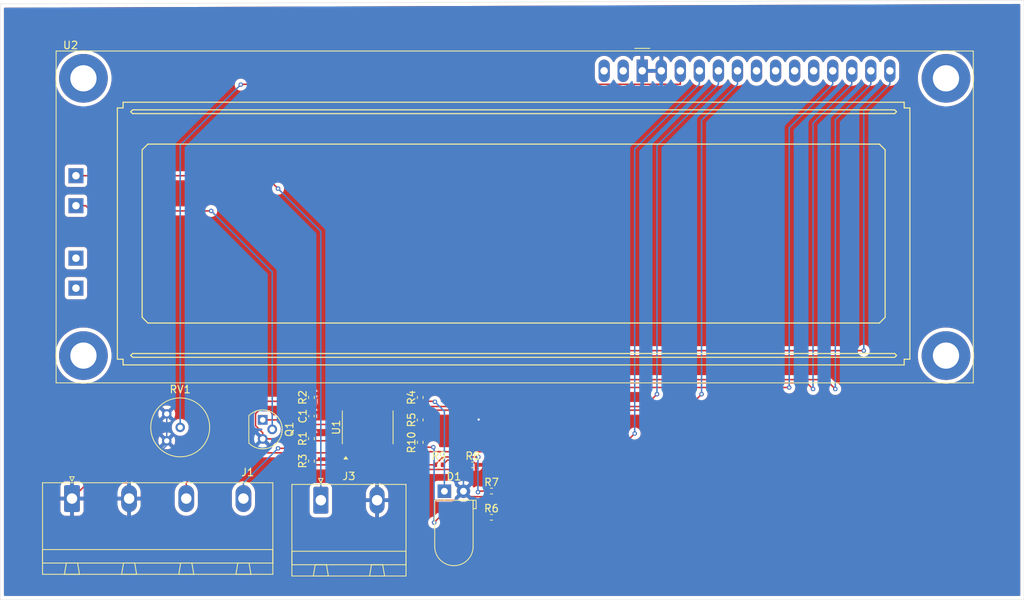
<source format=kicad_pcb>
(kicad_pcb (version 20240108) (generator "pcbnew") (generator_version "8.0")
  (layers (0 "F.Cu" signal) (31 "B.Cu" signal) (34 "B.Paste" user) (35 "F.Paste" user) (36 "B.SilkS" user "B.Silkscreen") (37 "F.SilkS" user "F.Silkscreen") (38 "B.Mask" user) (39 "F.Mask" user) (44 "Edge.Cuts" user))
  (net 0 "")
  (net 1 "GND")
  (net 2 "Net-(D1-K)")
  (net 3 "SCL")
  (net 4 "SDA")
  (net 5 "A")
  (net 6 "K")
  (net 7 "Net-(Q1-B)")
  (net 8 "A0")
  (net 9 "A2")
  (net 10 "A1")
  (net 11 "VO")
  (net 12 "DB7")
  (net 13 "DB6")
  (net 14 "DB5")
  (net 20 "P3")
  (net 21 "RS")
  (net 22 "DB4")
  (net 23 "RW")
  (net 24 "CS")
  (footprint "Connector_Phoenix_GMSTB:PhoenixContact_GMSTBA_2,5_2-G_1x02_P7.50mm_Horizontal" (layer "F.Cu") (at 112.75 111.7225)
    (property "Reference" "J3" (at 3.75 -3.2 0) (layer "F.SilkS"))
    (property "Value" "Conn_01x02")
    (fp_line (start -3.86 -2.11) (end -3.86 10.11) (stroke (width 0.12)) (layer "F.SilkS"))
    (fp_line (start -3.86 6.81) (end 11.36 6.81) (stroke (width 0.12)) (layer "F.SilkS"))
    (fp_line (start -3.86 8.61) (end -3.86 6.81) (stroke (width 0.12)) (layer "F.SilkS"))
    (fp_line (start -3.86 10.11) (end 11.36 10.11) (stroke (width 0.12)) (layer "F.SilkS"))
    (fp_line (start -1 10.11) (end 1 10.11) (stroke (width 0.12)) (layer "F.SilkS"))
    (fp_line (start -0.75 8.61) (end -1 10.11) (stroke (width 0.12)) (layer "F.SilkS"))
    (fp_line (start -0.3 -2.91) (end 0.3 -2.91) (stroke (width 0.12)) (layer "F.SilkS"))
    (fp_line (start 0 -2.31) (end -0.3 -2.91) (stroke (width 0.12)) (layer "F.SilkS"))
    (fp_line (start 0.3 -2.91) (end 0 -2.31) (stroke (width 0.12)) (layer "F.SilkS"))
    (fp_line (start 0.75 8.61) (end -0.75 8.61) (stroke (width 0.12)) (layer "F.SilkS"))
    (fp_line (start 1 10.11) (end 0.75 8.61) (stroke (width 0.12)) (layer "F.SilkS"))
    (fp_line (start 6.5 10.11) (end 8.5 10.11) (stroke (width 0.12)) (layer "F.SilkS"))
    (fp_line (start 6.75 8.61) (end 6.5 10.11) (stroke (width 0.12)) (layer "F.SilkS"))
    (fp_line (start 8.25 8.61) (end 6.75 8.61) (stroke (width 0.12)) (layer "F.SilkS"))
    (fp_line (start 8.5 10.11) (end 8.25 8.61) (stroke (width 0.12)) (layer "F.SilkS"))
    (fp_line (start 11.36 -2.11) (end -3.86 -2.11) (stroke (width 0.12)) (layer "F.SilkS"))
    (fp_line (start 11.36 6.81) (end 11.36 8.61) (stroke (width 0.12)) (layer "F.SilkS"))
    (fp_line (start 11.36 8.61) (end -3.86 8.61) (stroke (width 0.12)) (layer "F.SilkS"))
    (fp_line (start 11.36 10.11) (end 11.36 -2.11) (stroke (width 0.12)) (layer "F.SilkS"))
    (pad "1" thru_hole roundrect (at 0 0) (size 2 3.6) (drill 1.4) (layers "*.Cu" "*.Mask") (roundrect_rratio 0.125) (net 5 "A"))
    (pad "2" thru_hole oval (at 7.5 0) (size 2 3.6) (drill 1.4) (layers "*.Cu" "*.Mask") (net 1 "GND"))
  )
  (footprint "Package_TO_SOT_THT:TO-92" (layer "F.Cu") (at 105 101 -90)
    (property "Reference" "Q1" (at 1.27 -3.56 90) (layer "F.SilkS"))
    (property "Value" "Q_NPN_BCE")
    (fp_line (start -0.53 1.85) (end 3.07 1.85) (stroke (width 0.12)) (layer "F.SilkS"))
    (fp_arc (start -0.568478 1.838478) (mid -1.132087 -0.994977) (end 1.27 -2.6) (stroke (width 0.12)) (layer "F.SilkS"))
    (fp_arc (start 1.27 -2.6) (mid 3.672087 -0.994977) (end 3.108478 1.838478) (stroke (width 0.12)) (layer "F.SilkS"))
    (pad "1" thru_hole rect (at 0 0 270) (size 1.3 1.3) (drill 0.75) (layers "*.Cu" "*.Mask") (net 7 "Net-(Q1-B)"))
    (pad "2" thru_hole circle (at 1.27 -1.27 270) (size 1.3 1.3) (drill 0.75) (layers "*.Cu" "*.Mask") (net 6 "K"))
    (pad "3" thru_hole circle (at 2.54 0 270) (size 1.3 1.3) (drill 0.75) (layers "*.Cu" "*.Mask") (net 1 "GND"))
  )
  (footprint "Resistor_SMD:R_0402_1005Metric" (layer "F.Cu") (at 135.51 110.5)
    (property "Reference" "R7" (at 0 -1.17 0) (layer "F.SilkS"))
    (property "Value" "R")
    (fp_line (start -0.153641 -0.38) (end 0.153641 -0.38) (stroke (width 0.12)) (layer "F.SilkS"))
    (fp_line (start -0.153641 0.38) (end 0.153641 0.38) (stroke (width 0.12)) (layer "F.SilkS"))
    (pad "1" smd roundrect (at -0.51 0) (size 0.54 0.64) (layers "F.Cu" "F.Paste" "F.Mask") (net 10 "A1"))
    (pad "2" smd roundrect (at 0.51 0) (size 0.54 0.64) (layers "F.Cu" "F.Paste" "F.Mask") (net 1 "GND"))
  )
  (footprint "Resistor_SMD:R_0402_1005Metric" (layer "F.Cu") (at 128.5 107)
    (property "Reference" "R9" (at 0 -1.17 0) (layer "F.SilkS"))
    (property "Value" "R")
    (fp_line (start -0.153641 -0.38) (end 0.153641 -0.38) (stroke (width 0.12)) (layer "F.SilkS"))
    (fp_line (start -0.153641 0.38) (end 0.153641 0.38) (stroke (width 0.12)) (layer "F.SilkS"))
    (pad "1" smd roundrect (at -0.51 0) (size 0.54 0.64) (layers "F.Cu" "F.Paste" "F.Mask") (net 10 "A1"))
    (pad "2" smd roundrect (at 0.51 0) (size 0.54 0.64) (layers "F.Cu" "F.Paste" "F.Mask") (net 1 "GND"))
  )
  (footprint "Potentiometer_THT:Potentiometer_Bourns_3339H_Vertical" (layer "F.Cu") (at 92.2039 103.7961)
    (property "Reference" "RV1" (at 1.796051 -6.856051 0) (layer "F.SilkS"))
    (property "Value" "R_Potentiometer")
    (fp_circle (center 1.797 -1.795102) (end 5.727 -1.795102) (stroke (width 0.12)) (fill none) (layer "F.SilkS"))
    (pad "1" thru_hole circle (at 0 0) (size 1.26 1.26) (drill 0.7) (layers "*.Cu" "*.Mask") (net 1 "GND"))
    (pad "2" thru_hole circle (at 1.796051 -1.796051) (size 1.26 1.26) (drill 0.7) (layers "*.Cu" "*.Mask") (net 11 "VO"))
    (pad "3" thru_hole circle (at 0 -3.592102) (size 1.26 1.26) (drill 0.7) (layers "*.Cu" "*.Mask") (net 1 "GND"))
  )
  (footprint "Resistor_SMD:R_0402_1005Metric" (layer "F.Cu") (at 126 98.01 90)
    (property "Reference" "R4" (at 0 -1.17 90) (layer "F.SilkS"))
    (property "Value" "R")
    (fp_line (start -0.153641 -0.38) (end 0.153641 -0.38) (stroke (width 0.12)) (layer "F.SilkS"))
    (fp_line (start -0.153641 0.38) (end 0.153641 0.38) (stroke (width 0.12)) (layer "F.SilkS"))
    (pad "1" smd roundrect (at -0.51 0 90) (size 0.54 0.64) (layers "F.Cu" "F.Paste" "F.Mask") (net 2 "Net-(D1-K)"))
    (pad "2" smd roundrect (at 0.51 0 90) (size 0.54 0.64) (layers "F.Cu" "F.Paste" "F.Mask") (net 1 "GND"))
  )
  (footprint "Resistor_SMD:R_0402_1005Metric" (layer "F.Cu") (at 135.5 114)
    (property "Reference" "R6" (at 0 -1.17 0) (layer "F.SilkS"))
    (property "Value" "R")
    (fp_line (start -0.153641 -0.38) (end 0.153641 -0.38) (stroke (width 0.12)) (layer "F.SilkS"))
    (fp_line (start -0.153641 0.38) (end 0.153641 0.38) (stroke (width 0.12)) (layer "F.SilkS"))
    (pad "1" smd roundrect (at -0.51 0) (size 0.54 0.64) (layers "F.Cu" "F.Paste" "F.Mask") (net 9 "A2"))
    (pad "2" smd roundrect (at 0.51 0) (size 0.54 0.64) (layers "F.Cu" "F.Paste" "F.Mask") (net 1 "GND"))
  )
  (footprint "Display:LCD-016N002L" (layer "F.Cu") (at 155.6 54.425)
    (property "Reference" "U2" (at -76.21 -3.41 180) (layer "F.SilkS"))
    (property "Value" "LCD-016N002L")
    (fp_line (start -78.14 -2.64) (end -78.14 41.64) (stroke (width 0.12)) (layer "F.SilkS"))
    (fp_line (start -78.14 41.64) (end 44.14 41.64) (stroke (width 0.12)) (layer "F.SilkS"))
    (fp_line (start -69.977 4.953) (end -69.977 38.481) (stroke (width 0.15)) (layer "F.SilkS"))
    (fp_line (start -69.215 4.191) (end -69.215 4.953) (stroke (width 0.15)) (layer "F.SilkS"))
    (fp_line (start -69.215 4.953) (end -69.977 4.953) (stroke (width 0.15)) (layer "F.SilkS"))
    (fp_line (start -69.215 38.481) (end -69.977 38.481) (stroke (width 0.15)) (layer "F.SilkS"))
    (fp_line (start -69.215 39.243) (end -69.215 38.481) (stroke (width 0.15)) (layer "F.SilkS"))
    (fp_line (start -69.215 39.243) (end 34.925 39.243) (stroke (width 0.15)) (layer "F.SilkS"))
    (fp_line (start -68.199 5.461) (end -67.945 5.715) (stroke (width 0.15)) (layer "F.SilkS"))
    (fp_line (start -68.199 37.973) (end -67.945 38.227) (stroke (width 0.15)) (layer "F.SilkS"))
    (fp_line (start -67.945 5.207) (end -68.199 5.461) (stroke (width 0.15)) (layer "F.SilkS"))
    (fp_line (start -67.945 5.715) (end 33.655 5.715) (stroke (width 0.15)) (layer "F.SilkS"))
    (fp_line (start -67.945 37.719) (end -68.199 37.973) (stroke (width 0.15)) (layer "F.SilkS"))
    (fp_line (start -67.945 38.227) (end 33.655 38.227) (stroke (width 0.15)) (layer "F.SilkS"))
    (fp_line (start -66.675 10.541) (end -65.913 9.779) (stroke (width 0.15)) (layer "F.SilkS"))
    (fp_line (start -66.675 32.893) (end -66.675 10.541) (stroke (width 0.15)) (layer "F.SilkS"))
    (fp_line (start -65.913 9.779) (end 31.623 9.779) (stroke (width 0.15)) (layer "F.SilkS"))
    (fp_line (start -65.913 33.655) (end -66.675 32.893) (stroke (width 0.15)) (layer "F.SilkS"))
    (fp_line (start -1 -3) (end 1 -3) (stroke (width 0.12)) (layer "F.SilkS"))
    (fp_line (start 31.623 9.779) (end 32.385 10.541) (stroke (width 0.15)) (layer "F.SilkS"))
    (fp_line (start 31.623 33.655) (end -65.913 33.655) (stroke (width 0.15)) (layer "F.SilkS"))
    (fp_line (start 32.385 10.541) (end 32.385 32.893) (stroke (width 0.15)) (layer "F.SilkS"))
    (fp_line (start 32.385 32.893) (end 31.623 33.655) (stroke (width 0.15)) (layer "F.SilkS"))
    (fp_line (start 33.655 5.207) (end -67.945 5.207) (stroke (width 0.15)) (layer "F.SilkS"))
    (fp_line (start 33.655 5.207) (end 33.909 5.461) (stroke (width 0.15)) (layer "F.SilkS"))
    (fp_line (start 33.655 37.719) (end -67.945 37.719) (stroke (width 0.15)) (layer "F.SilkS"))
    (fp_line (start 33.655 38.227) (end 33.909 37.973) (stroke (width 0.15)) (layer "F.SilkS"))
    (fp_line (start 33.909 5.461) (end 33.655 5.715) (stroke (width 0.15)) (layer "F.SilkS"))
    (fp_line (start 33.909 37.973) (end 33.655 37.719) (stroke (width 0.15)) (layer "F.SilkS"))
    (fp_line (start 34.925 4.191) (end -69.215 4.191) (stroke (width 0.15)) (layer "F.SilkS"))
    (fp_line (start 34.925 4.191) (end 34.925 4.953) (stroke (width 0.15)) (layer "F.SilkS"))
    (fp_line (start 34.925 4.953) (end 35.687 4.953) (stroke (width 0.15)) (layer "F.SilkS"))
    (fp_line (start 34.925 38.481) (end 34.925 39.243) (stroke (width 0.15)) (layer "F.SilkS"))
    (fp_line (start 35.687 38.481) (end 34.925 38.481) (stroke (width 0.15)) (layer "F.SilkS"))
    (fp_line (start 35.687 38.481) (end 35.687 4.953) (stroke (width 0.15)) (layer "F.SilkS"))
    (fp_line (start 44.14 -2.64) (end -78.14 -2.64) (stroke (width 0.12)) (layer "F.SilkS"))
    (fp_line (start 44.14 -2.64) (end 44.14 41.64) (stroke (width 0.12)) (layer "F.SilkS"))
    (pad "" thru_hole circle (at -74.5 1 180) (size 6.5 6.5) (drill 3.5) (layers "*.Cu" "*.Mask"))
    (pad "" thru_hole circle (at -74.5 38 180) (size 6.5 6.5) (drill 3.5) (layers "*.Cu" "*.Mask"))
    (pad "" thru_hole circle (at 40.5 1 180) (size 6.5 6.5) (drill 3.5) (layers "*.Cu" "*.Mask"))
    (pad "" thru_hole circle (at 40.5 38 180) (size 6.5 6.5) (drill 3.5) (layers "*.Cu" "*.Mask"))
    (pad "1" thru_hole rect (at 0 0 180) (size 1.5 3) (drill 1) (layers "*.Cu" "*.Mask") (net 1 "GND"))
    (pad "2" thru_hole oval (at 2.54 0 180) (size 1.5 3) (drill 1) (layers "*.Cu" "*.Mask") (net 1 "GND"))
    (pad "3" thru_hole oval (at 5.08 0 180) (size 1.5 3) (drill 1) (layers "*.Cu" "*.Mask") (net 11 "VO"))
    (pad "4" thru_hole oval (at 7.62 0 180) (size 1.5 3) (drill 1) (layers "*.Cu" "*.Mask") (net 21 "RS"))
    (pad "5" thru_hole oval (at 10.16 0 180) (size 1.5 3) (drill 1) (layers "*.Cu" "*.Mask") (net 23 "RW"))
    (pad "6" thru_hole oval (at 12.7 0 180) (size 1.5 3) (drill 1) (layers "*.Cu" "*.Mask") (net 24 "CS"))
    (pad "7" thru_hole oval (at 15.24 0 180) (size 1.5 3) (drill 1) (layers "*.Cu" "*.Mask"))
    (pad "8" thru_hole oval (at 17.78 0 180) (size 1.5 3) (drill 1) (layers "*.Cu" "*.Mask"))
    (pad "9" thru_hole oval (at 20.32 0 180) (size 1.5 3) (drill 1) (layers "*.Cu" "*.Mask"))
    (pad "10" thru_hole oval (at 22.86 0 180) (size 1.5 3) (drill 1) (layers "*.Cu" "*.Mask"))
    (pad "11" thru_hole oval (at 25.4 0 180) (size 1.5 3) (drill 1) (layers "*.Cu" "*.Mask") (net 22 "DB4"))
    (pad "12" thru_hole oval (at 27.94 0 180) (size 1.5 3) (drill 1) (layers "*.Cu" "*.Mask") (net 14 "DB5"))
    (pad "13" thru_hole oval (at 30.48 0 180) (size 1.5 3) (drill 1) (layers "*.Cu" "*.Mask") (net 13 "DB6"))
    (pad "14" thru_hole oval (at 33.02 0 180) (size 1.5 3) (drill 1) (layers "*.Cu" "*.Mask") (net 12 "DB7"))
    (pad "15" thru_hole oval (at -2.54 0 180) (size 1.5 3) (drill 1) (layers "*.Cu" "*.Mask"))
    (pad "16" thru_hole oval (at -5.08 0 180) (size 1.5 3) (drill 1) (layers "*.Cu" "*.Mask"))
    (pad "A1" thru_hole rect (at -75.5 14 180) (size 2 2) (drill 1) (layers "*.Cu" "*.Mask") (net 5 "A"))
    (pad "A2" thru_hole rect (at -75.5 25 180) (size 2 2) (drill 1) (layers "*.Cu" "*.Mask"))
    (pad "K1" thru_hole rect (at -75.5 18 180) (size 2 2) (drill 1) (layers "*.Cu" "*.Mask") (net 6 "K"))
    (pad "K2" thru_hole rect (at -75.5 29 180) (size 2 2) (drill 1) (layers "*.Cu" "*.Mask"))
  )
  (footprint "Resistor_SMD:R_0402_1005Metric" (layer "F.Cu") (at 126 101.01 90)
    (property "Reference" "R5" (at 0 -1.17 90) (layer "F.SilkS"))
    (property "Value" "R")
    (fp_line (start -0.153641 -0.38) (end 0.153641 -0.38) (stroke (width 0.12)) (layer "F.SilkS"))
    (fp_line (start -0.153641 0.38) (end 0.153641 0.38) (stroke (width 0.12)) (layer "F.SilkS"))
    (pad "1" smd roundrect (at -0.51 0 90) (size 0.54 0.64) (layers "F.Cu" "F.Paste" "F.Mask") (net 1 "GND"))
    (pad "2" smd roundrect (at 0.51 0 90) (size 0.54 0.64) (layers "F.Cu" "F.Paste" "F.Mask") (net 7 "Net-(Q1-B)"))
  )
  (footprint "Resistor_SMD:R_0402_1005Metric" (layer "F.Cu") (at 111.5 98.01 90)
    (property "Reference" "R2" (at 0 -1.17 90) (layer "F.SilkS"))
    (property "Value" "R")
    (fp_line (start -0.153641 -0.38) (end 0.153641 -0.38) (stroke (width 0.12)) (layer "F.SilkS"))
    (fp_line (start -0.153641 0.38) (end 0.153641 0.38) (stroke (width 0.12)) (layer "F.SilkS"))
    (pad "1" smd roundrect (at -0.51 0 90) (size 0.54 0.64) (layers "F.Cu" "F.Paste" "F.Mask") (net 4 "SDA"))
    (pad "2" smd roundrect (at 0.51 0 90) (size 0.54 0.64) (layers "F.Cu" "F.Paste" "F.Mask") (net 1 "GND"))
  )
  (footprint "LED_THT:LED_D5.0mm_Horizontal_O1.27mm_Z3.0mm" (layer "F.Cu") (at 129.225 110.525)
    (property "Reference" "D1" (at 1.27 -1.96 0) (layer "F.SilkS"))
    (property "Value" "LED")
    (fp_line (start -1.29 1.21) (end -1.29 7.37) (stroke (width 0.12)) (layer "F.SilkS"))
    (fp_line (start -1.29 1.21) (end 3.83 1.21) (stroke (width 0.12)) (layer "F.SilkS"))
    (fp_line (start 0 1.08) (end 0 1.08) (stroke (width 0.12)) (layer "F.SilkS"))
    (fp_line (start 0 1.08) (end 0 1.21) (stroke (width 0.12)) (layer "F.SilkS"))
    (fp_line (start 0 1.21) (end 0 1.08) (stroke (width 0.12)) (layer "F.SilkS"))
    (fp_line (start 0 1.21) (end 0 1.21) (stroke (width 0.12)) (layer "F.SilkS"))
    (fp_line (start 2.54 1.08) (end 2.54 1.08) (stroke (width 0.12)) (layer "F.SilkS"))
    (fp_line (start 2.54 1.08) (end 2.54 1.21) (stroke (width 0.12)) (layer "F.SilkS"))
    (fp_line (start 2.54 1.21) (end 2.54 1.08) (stroke (width 0.12)) (layer "F.SilkS"))
    (fp_line (start 2.54 1.21) (end 2.54 1.21) (stroke (width 0.12)) (layer "F.SilkS"))
    (fp_line (start 3.83 1.21) (end 3.83 7.37) (stroke (width 0.12)) (layer "F.SilkS"))
    (fp_line (start 3.83 1.21) (end 4.23 1.21) (stroke (width 0.12)) (layer "F.SilkS"))
    (fp_line (start 3.83 2.33) (end 3.83 1.21) (stroke (width 0.12)) (layer "F.SilkS"))
    (fp_line (start 4.23 1.21) (end 4.23 2.33) (stroke (width 0.12)) (layer "F.SilkS"))
    (fp_line (start 4.23 2.33) (end 3.83 2.33) (stroke (width 0.12)) (layer "F.SilkS"))
    (fp_arc (start 3.83 7.37) (mid 1.27 9.93) (end -1.29 7.37) (stroke (width 0.12)) (layer "F.SilkS"))
    (pad "1" thru_hole rect (at 0 0) (size 1.8 1.8) (drill 0.9) (layers "*.Cu" "*.Mask") (net 2 "Net-(D1-K)"))
    (pad "2" thru_hole circle (at 2.54 0) (size 1.8 1.8) (drill 0.9) (layers "*.Cu" "*.Mask") (net 1 "GND"))
  )
  (footprint "Resistor_SMD:R_0402_1005Metric" (layer "F.Cu") (at 126 104 90)
    (property "Reference" "R10" (at 0 -1.17 90) (layer "F.SilkS"))
    (property "Value" "R")
    (fp_line (start -0.153641 -0.38) (end 0.153641 -0.38) (stroke (width 0.12)) (layer "F.SilkS"))
    (fp_line (start -0.153641 0.38) (end 0.153641 0.38) (stroke (width 0.12)) (layer "F.SilkS"))
    (pad "1" smd roundrect (at -0.51 0 90) (size 0.54 0.64) (layers "F.Cu" "F.Paste" "F.Mask") (net 9 "A2"))
    (pad "2" smd roundrect (at 0.51 0 90) (size 0.54 0.64) (layers "F.Cu" "F.Paste" "F.Mask") (net 1 "GND"))
  )
  (footprint "Resistor_SMD:R_0402_1005Metric" (layer "F.Cu") (at 111.5 106.5 90)
    (property "Reference" "R3" (at 0 -1.17 90) (layer "F.SilkS"))
    (property "Value" "R")
    (fp_line (start -0.153641 -0.38) (end 0.153641 -0.38) (stroke (width 0.12)) (layer "F.SilkS"))
    (fp_line (start -0.153641 0.38) (end 0.153641 0.38) (stroke (width 0.12)) (layer "F.SilkS"))
    (pad "1" smd roundrect (at -0.51 0 90) (size 0.54 0.64) (layers "F.Cu" "F.Paste" "F.Mask") (net 8 "A0"))
    (pad "2" smd roundrect (at 0.51 0 90) (size 0.54 0.64) (layers "F.Cu" "F.Paste" "F.Mask") (net 1 "GND"))
  )
  (footprint "Resistor_SMD:R_0402_1005Metric" (layer "F.Cu") (at 133 107)
    (property "Reference" "R8" (at 0 -1.17 0) (layer "F.SilkS"))
    (property "Value" "R")
    (fp_line (start -0.153641 -0.38) (end 0.153641 -0.38) (stroke (width 0.12)) (layer "F.SilkS"))
    (fp_line (start -0.153641 0.38) (end 0.153641 0.38) (stroke (width 0.12)) (layer "F.SilkS"))
    (pad "1" smd roundrect (at -0.51 0) (size 0.54 0.64) (layers "F.Cu" "F.Paste" "F.Mask") (net 8 "A0"))
    (pad "2" smd roundrect (at 0.51 0) (size 0.54 0.64) (layers "F.Cu" "F.Paste" "F.Mask") (net 1 "GND"))
  )
  (footprint "Capacitor_SMD:C_0402_1005Metric" (layer "F.Cu") (at 111.5 100.5 90)
    (property "Reference" "C1" (at 0 -1.16 90) (layer "F.SilkS"))
    (property "Value" "C")
    (fp_line (start -0.107836 -0.36) (end 0.107836 -0.36) (stroke (width 0.12)) (layer "F.SilkS"))
    (fp_line (start -0.107836 0.36) (end 0.107836 0.36) (stroke (width 0.12)) (layer "F.SilkS"))
    (pad "1" smd roundrect (at -0.48 0 90) (size 0.56 0.62) (layers "F.Cu" "F.Paste" "F.Mask") (net 1 "GND"))
    (pad "2" smd roundrect (at 0.48 0 90) (size 0.56 0.62) (layers "F.Cu" "F.Paste" "F.Mask") (net 1 "GND"))
  )
  (footprint "Resistor_SMD:R_0402_1005Metric" (layer "F.Cu") (at 111.5 103.5 90)
    (property "Reference" "R1" (at 0 -1.17 90) (layer "F.SilkS"))
    (property "Value" "R")
    (fp_line (start -0.153641 -0.38) (end 0.153641 -0.38) (stroke (width 0.12)) (layer "F.SilkS"))
    (fp_line (start -0.153641 0.38) (end 0.153641 0.38) (stroke (width 0.12)) (layer "F.SilkS"))
    (pad "1" smd roundrect (at -0.51 0 90) (size 0.54 0.64) (layers "F.Cu" "F.Paste" "F.Mask") (net 3 "SCL"))
    (pad "2" smd roundrect (at 0.51 0 90) (size 0.54 0.64) (layers "F.Cu" "F.Paste" "F.Mask") (net 1 "GND"))
  )
  (footprint "Connector_Phoenix_GMSTB:PhoenixContact_GMSTBA_2,5_4-G-7,62_1x04_P7.62mm_Horizontal" (layer "F.Cu") (at 79.57 111.5)
    (property "Reference" "J1" (at 23.43 -3.5 0) (layer "F.SilkS"))
    (property "Value" "Conn_01x04")
    (fp_line (start -3.92 -2.11) (end -3.92 10.11) (stroke (width 0.12)) (layer "F.SilkS"))
    (fp_line (start -3.92 6.81) (end 26.78 6.81) (stroke (width 0.12)) (layer "F.SilkS"))
    (fp_line (start -3.92 8.61) (end -3.92 6.81) (stroke (width 0.12)) (layer "F.SilkS"))
    (fp_line (start -3.92 10.11) (end 26.78 10.11) (stroke (width 0.12)) (layer "F.SilkS"))
    (fp_line (start -1 10.11) (end 1 10.11) (stroke (width 0.12)) (layer "F.SilkS"))
    (fp_line (start -0.75 8.61) (end -1 10.11) (stroke (width 0.12)) (layer "F.SilkS"))
    (fp_line (start -0.3 -2.91) (end 0.3 -2.91) (stroke (width 0.12)) (layer "F.SilkS"))
    (fp_line (start 0 -2.31) (end -0.3 -2.91) (stroke (width 0.12)) (layer "F.SilkS"))
    (fp_line (start 0.3 -2.91) (end 0 -2.31) (stroke (width 0.12)) (layer "F.SilkS"))
    (fp_line (start 0.75 8.61) (end -0.75 8.61) (stroke (width 0.12)) (layer "F.SilkS"))
    (fp_line (start 1 10.11) (end 0.75 8.61) (stroke (width 0.12)) (layer "F.SilkS"))
    (fp_line (start 6.62 10.11) (end 8.62 10.11) (stroke (width 0.12)) (layer "F.SilkS"))
    (fp_line (start 6.87 8.61) (end 6.62 10.11) (stroke (width 0.12)) (layer "F.SilkS"))
    (fp_line (start 8.37 8.61) (end 6.87 8.61) (stroke (width 0.12)) (layer "F.SilkS"))
    (fp_line (start 8.62 10.11) (end 8.37 8.61) (stroke (width 0.12)) (layer "F.SilkS"))
    (fp_line (start 14.24 10.11) (end 16.24 10.11) (stroke (width 0.12)) (layer "F.SilkS"))
    (fp_line (start 14.49 8.61) (end 14.24 10.11) (stroke (width 0.12)) (layer "F.SilkS"))
    (fp_line (start 15.99 8.61) (end 14.49 8.61) (stroke (width 0.12)) (layer "F.SilkS"))
    (fp_line (start 16.24 10.11) (end 15.99 8.61) (stroke (width 0.12)) (layer "F.SilkS"))
    (fp_line (start 21.86 10.11) (end 23.86 10.11) (stroke (width 0.12)) (layer "F.SilkS"))
    (fp_line (start 22.11 8.61) (end 21.86 10.11) (stroke (width 0.12)) (layer "F.SilkS"))
    (fp_line (start 23.61 8.61) (end 22.11 8.61) (stroke (width 0.12)) (layer "F.SilkS"))
    (fp_line (start 23.86 10.11) (end 23.61 8.61) (stroke (width 0.12)) (layer "F.SilkS"))
    (fp_line (start 26.78 -2.11) (end -3.92 -2.11) (stroke (width 0.12)) (layer "F.SilkS"))
    (fp_line (start 26.78 6.81) (end 26.78 8.61) (stroke (width 0.12)) (layer "F.SilkS"))
    (fp_line (start 26.78 8.61) (end -3.92 8.61) (stroke (width 0.12)) (layer "F.SilkS"))
    (fp_line (start 26.78 10.11) (end 26.78 -2.11) (stroke (width 0.12)) (layer "F.SilkS"))
    (pad "1" thru_hole roundrect (at 0 0) (size 2.1 3.6) (drill 1.4) (layers "*.Cu" "*.Mask") (roundrect_rratio 0.119048) (net 1 "GND"))
    (pad "2" thru_hole oval (at 7.62 0) (size 2.1 3.6) (drill 1.4) (layers "*.Cu" "*.Mask") (net 1 "GND"))
    (pad "3" thru_hole oval (at 15.24 0) (size 2.1 3.6) (drill 1.4) (layers "*.Cu" "*.Mask") (net 4 "SDA"))
    (pad "4" thru_hole oval (at 22.86 0) (size 2.1 3.6) (drill 1.4) (layers "*.Cu" "*.Mask") (net 3 "SCL"))
  )
  (footprint "Package_SO:SSOP-20_4.4x6.5mm_P0.65mm" (layer "F.Cu") (at 119 102 90)
    (property "Reference" "U1" (at 0 -4.2 90) (layer "F.SilkS"))
    (property "Value" "PCF8574TS")
    (fp_line (start 0 -3.385) (end 2.2 -3.385) (stroke (width 0.12)) (layer "F.SilkS"))
    (fp_line (start 0 -3.385) (end -2.2 -3.385) (stroke (width 0.12)) (layer "F.SilkS"))
    (fp_line (start 0 3.385) (end 2.2 3.385) (stroke (width 0.12)) (layer "F.SilkS"))
    (fp_line (start 0 3.385) (end -2.2 3.385) (stroke (width 0.12)) (layer "F.SilkS"))
    (fp_poly (pts (xy -3.91 -2.925) (xy -4.24 -3.165) (xy -4.24 -2.685) (xy -3.91 -2.925)) (stroke (width 0.12)) (fill solid) (layer "F.SilkS"))
    (pad "1" smd roundrect (at -2.875 -2.925 90) (size 1.55 0.4) (layers "F.Cu" "F.Paste" "F.Mask"))
    (pad "2" smd roundrect (at -2.875 -2.275 90) (size 1.55 0.4) (layers "F.Cu" "F.Paste" "F.Mask") (net 3 "SCL"))
    (pad "3" smd roundrect (at -2.875 -1.625 90) (size 1.55 0.4) (layers "F.Cu" "F.Paste" "F.Mask"))
    (pad "4" smd roundrect (at -2.875 -0.975 90) (size 1.55 0.4) (layers "F.Cu" "F.Paste" "F.Mask") (net 4 "SDA"))
    (pad "5" smd roundrect (at -2.875 -0.325 90) (size 1.55 0.4) (layers "F.Cu" "F.Paste" "F.Mask") (net 1 "GND"))
    (pad "6" smd roundrect (at -2.875 0.325 90) (size 1.55 0.4) (layers "F.Cu" "F.Paste" "F.Mask") (net 8 "A0"))
    (pad "7" smd roundrect (at -2.875 0.975 90) (size 1.55 0.4) (layers "F.Cu" "F.Paste" "F.Mask") (net 10 "A1"))
    (pad "8" smd roundrect (at -2.875 1.625 90) (size 1.55 0.4) (layers "F.Cu" "F.Paste" "F.Mask"))
    (pad "9" smd roundrect (at -2.875 2.275 90) (size 1.55 0.4) (layers "F.Cu" "F.Paste" "F.Mask") (net 9 "A2"))
    (pad "10" smd roundrect (at -2.875 2.925 90) (size 1.55 0.4) (layers "F.Cu" "F.Paste" "F.Mask") (net 21 "RS"))
    (pad "11" smd roundrect (at 2.875 2.925 90) (size 1.55 0.4) (layers "F.Cu" "F.Paste" "F.Mask") (net 23 "RW"))
    (pad "12" smd roundrect (at 2.875 2.275 90) (size 1.55 0.4) (layers "F.Cu" "F.Paste" "F.Mask") (net 24 "CS"))
    (pad "13" smd roundrect (at 2.875 1.625 90) (size 1.55 0.4) (layers "F.Cu" "F.Paste" "F.Mask"))
    (pad "14" smd roundrect (at 2.875 0.975 90) (size 1.55 0.4) (layers "F.Cu" "F.Paste" "F.Mask") (net 20 "P3"))
    (pad "15" smd roundrect (at 2.875 0.325 90) (size 1.55 0.4) (layers "F.Cu" "F.Paste" "F.Mask") (net 1 "GND"))
    (pad "16" smd roundrect (at 2.875 -0.325 90) (size 1.55 0.4) (layers "F.Cu" "F.Paste" "F.Mask") (net 22 "DB4"))
    (pad "17" smd roundrect (at 2.875 -0.975 90) (size 1.55 0.4) (layers "F.Cu" "F.Paste" "F.Mask") (net 14 "DB5"))
    (pad "18" smd roundrect (at 2.875 -1.625 90) (size 1.55 0.4) (layers "F.Cu" "F.Paste" "F.Mask"))
    (pad "19" smd roundrect (at 2.875 -2.275 90) (size 1.55 0.4) (layers "F.Cu" "F.Paste" "F.Mask") (net 13 "DB6"))
    (pad "20" smd roundrect (at 2.875 -2.925 90) (size 1.55 0.4) (layers "F.Cu" "F.Paste" "F.Mask") (net 12 "DB7"))
  )
  (gr_line (start 206.5 45) (end 70 45.5) (stroke (width 0.05)) (layer "Edge.Cuts"))
  (gr_line (start 70 125) (end 206.5 125) (stroke (width 0.05)) (layer "Edge.Cuts"))
  (gr_line (start 70 45.5) (end 70 125) (stroke (width 0.05)) (layer "Edge.Cuts"))
  (gr_line (start 206.5 125) (end 206.5 45) (stroke (width 0.05)) (layer "Edge.Cuts"))
  (segment (start 121.5517 111.7225) (end 121.5559 111.7267) (width 0.2) (layer "F.Cu") (net 1))
  (segment (start 118.675 102.99) (end 124.53 102.99) (width 0.2) (layer "F.Cu") (net 1))
  (segment (start 133.51 107.99) (end 133.51 107) (width 0.2) (layer "F.Cu") (net 1))
  (segment (start 111.5 100.98) (end 111.5 100.02) (width 0.2) (layer "F.Cu") (net 1))
  (segment (start 117.8606 106.3917) (end 118.675 105.5773) (width 0.2) (layer "F.Cu") (net 1))
  (segment (start 119.325 98.4131) (end 119.325 99.125) (width 0.2) (layer "F.Cu") (net 1))
  (segment (start 136.02 110.5) (end 133.51 107.99) (width 0.2) (layer "F.Cu") (net 1))
  (segment (start 118.675 105.5773) (end 118.675 104.875) (width 0.2) (layer "F.Cu") (net 1))
  (segment (start 112.1331 98.1331) (end 111.5 97.5) (width 0.2) (layer "F.Cu") (net 1))
  (segment (start 111.5 100.02) (end 111.5 99.5041) (width 0.2) (layer "F.Cu") (net 1))
  (segment (start 133.2278 101.52) (end 126 101.52) (width 0.2) (layer "F.Cu") (net 1))
  (segment (start 155.6 54.425) (end 158.14 54.425) (width 0.2) (layer "F.Cu") (net 1))
  (segment (start 104.0472 101.7739) (end 104.9999 102.7266) (width 0.2) (layer "F.Cu") (net 1))
  (segment (start 126 97.5) (end 120.2381 97.5) (width 0.2) (layer "F.Cu") (net 1))
  (segment (start 121.5559 111.7267) (end 130.5633 111.7267) (width 0.2) (layer "F.Cu") (net 1))
  (segment (start 133.7937 100.9541) (end 133.2278 101.52) (width 0.2) (layer "F.Cu") (net 1))
  (segment (start 136.01 114) (end 136.01 111.2472) (width 0.2) (layer "F.Cu") (net 1))
  (segment (start 119.325 99.125) (end 119.325 99.8411) (width 0.2) (layer "F.Cu") (net 1))
  (segment (start 120.25 111.7225) (end 121.5517 111.7225) (width 0.2) (layer "F.Cu") (net 1))
  (segment (start 129.01 107) (end 129.6344 106.3756) (width 0.2) (layer "F.Cu") (net 1))
  (segment (start 81.6717 109.3983) (end 79.57 111.5) (width 0.2) (layer "F.Cu") (net 1))
  (segment (start 126 103.49) (end 126 101.52) (width 0.2) (layer "F.Cu") (net 1))
  (segment (start 119.325 99.8411) (end 118.1861 100.98) (width 0.2) (layer "F.Cu") (net 1))
  (segment (start 130.5633 111.7267) (end 131.765 110.525) (width 0.2) (layer "F.Cu") (net 1))
  (segment (start 129.6344 106.3756) (end 132.8856 106.3756) (width 0.2) (layer "F.Cu") (net 1))
  (segment (start 136.01 110.51) (end 136.02 110.5) (width 0.2) (layer "F.Cu") (net 1))
  (segment (start 105 102.7266) (end 105 103.54) (width 0.2) (layer "F.Cu") (net 1))
  (segment (start 111.5 102.99) (end 118.675 102.99) (width 0.2) (layer "F.Cu") (net 1))
  (segment (start 87.19 109.3983) (end 81.6717 109.3983) (width 0.2) (layer "F.Cu") (net 1))
  (segment (start 87.19 111.5) (end 87.19 109.3983) (width 0.2) (layer "F.Cu") (net 1))
  (segment (start 111.3998 99.4039) (end 104.8213 99.4039) (width 0.2) (layer "F.Cu") (net 1))
  (segment (start 104.9999 102.7266) (end 105 102.7266) (width 0.2) (layer "F.Cu") (net 1))
  (segment (start 131.765 110.525) (end 132.4872 111.2472) (width 0.2) (layer "F.Cu") (net 1))
  (segment (start 118.675 104.875) (end 118.675 102.99) (width 0.2) (layer "F.Cu") (net 1))
  (segment (start 111.9017 106.3917) (end 117.8606 106.3917) (width 0.2) (layer "F.Cu") (net 1))
  (segment (start 92.2039 100.204) (end 94.9079 97.5) (width 0.2) (layer "F.Cu") (net 1))
  (segment (start 104.8213 99.4039) (end 104.0472 100.178) (width 0.2) (layer "F.Cu") (net 1))
  (segment (start 111.5 99.5041) (end 112.1331 98.871) (width 0.2) (layer "F.Cu") (net 1))
  (segment (start 110.95 103.54) (end 105 103.54) (width 0.2) (layer "F.Cu") (net 1))
  (segment (start 132.8856 106.3756) (end 133.51 107) (width 0.2) (layer "F.Cu") (net 1))
  (segment (start 124.53 102.99) (end 126 101.52) (width 0.2) (layer "F.Cu") (net 1))
  (segment (start 111.5 99.5041) (end 111.3998 99.4039) (width 0.2) (layer "F.Cu") (net 1))
  (segment (start 94.9079 97.5) (end 111.5 97.5) (width 0.2) (layer "F.Cu") (net 1))
  (segment (start 111.5 105.99) (end 111.9017 106.3917) (width 0.2) (layer "F.Cu") (net 1))
  (segment (start 120.2381 97.5) (end 119.325 98.4131) (width 0.2) (layer "F.Cu") (net 1))
  (segment (start 111.5 102.99) (end 110.95 103.54) (width 0.2) (layer "F.Cu") (net 1))
  (segment (start 136.01 111.2472) (end 136.01 110.51) (width 0.2) (layer "F.Cu") (net 1))
  (segment (start 104.0472 100.178) (end 104.0472 101.7739) (width 0.2) (layer "F.Cu") (net 1))
  (segment (start 112.1331 98.871) (end 112.1331 98.1331) (width 0.2) (layer "F.Cu") (net 1))
  (segment (start 118.1861 100.98) (end 111.5 100.98) (width 0.2) (layer "F.Cu") (net 1))
  (segment (start 132.4872 111.2472) (end 136.01 111.2472) (width 0.2) (layer "F.Cu") (net 1))
  (via (at 133.7937 100.9541) (size 0.6) (drill 0.3) (layers "F.Cu" "B.Cu") (net 1))
  (segment (start 155.6 56.2267) (end 133.7937 78.033) (width 0.2) (layer "B.Cu") (net 1))
  (segment (start 87.19 111.5) (end 87.19 109.3983) (width 0.2) (layer "B.Cu") (net 1))
  (segment (start 92.2039 104.3844) (end 92.2039 103.7961) (width 0.2) (layer "B.Cu") (net 1))
  (segment (start 155.6 54.425) (end 155.6 56.2267) (width 0.2) (layer "B.Cu") (net 1))
  (segment (start 87.19 109.3983) (end 92.2039 104.3844) (width 0.2) (layer "B.Cu") (net 1))
  (segment (start 131.765 110.525) (end 131.765 102.9828) (width 0.2) (layer "B.Cu") (net 1))
  (segment (start 92.2039 103.7961) (end 92.2039 100.204) (width 0.2) (layer "B.Cu") (net 1))
  (segment (start 133.7937 78.033) (end 133.7937 100.9541) (width 0.2) (layer "B.Cu") (net 1))
  (segment (start 131.765 102.9828) (end 133.7937 100.9541) (width 0.2) (layer "B.Cu") (net 1))
  (segment (start 127.8878 98.52) (end 126 98.52) (width 0.2) (layer "F.Cu") (net 2))
  (segment (start 127.9579 98.5901) (end 127.8878 98.52) (width 0.2) (layer "F.Cu") (net 2))
  (via (at 127.9579 98.5901) (size 0.6) (drill 0.3) (layers "F.Cu" "B.Cu") (net 2))
  (segment (start 129.225 99.8572) (end 127.9579 98.5901) (width 0.2) (layer "B.Cu") (net 2))
  (segment (start 129.225 110.525) (end 129.225 99.8572) (width 0.2) (layer "B.Cu") (net 2))
  (segment (start 116.725 104.875) (end 116.725 104.1544) (width 0.2) (layer "F.Cu") (net 3))
  (segment (start 116.725 104.1544) (end 116.3559 103.7853) (width 0.2) (layer "F.Cu") (net 3))
  (segment (start 116.3559 103.7853) (end 111.7247 103.7853) (width 0.2) (layer "F.Cu") (net 3))
  (segment (start 107.0475 104.7971) (end 110.7129 104.7971) (width 0.2) (layer "F.Cu") (net 3))
  (segment (start 111.7247 103.7853) (end 111.5 104.01) (width 0.2) (layer "F.Cu") (net 3))
  (segment (start 110.7129 104.7971) (end 111.5 104.01) (width 0.2) (layer "F.Cu") (net 3))
  (via (at 107.0475 104.7971) (size 0.6) (drill 0.3) (layers "F.Cu" "B.Cu") (net 3))
  (segment (start 102.43 111.5) (end 102.43 109.3983) (width 0.2) (layer "B.Cu") (net 3))
  (segment (start 102.4463 109.3983) (end 107.0475 104.7971) (width 0.2) (layer "B.Cu") (net 3))
  (segment (start 102.43 109.3983) (end 102.4463 109.3983) (width 0.2) (layer "B.Cu") (net 3))
  (segment (start 115.6856 105.99) (end 117.6037 105.99) (width 0.2) (layer "F.Cu") (net 4))
  (segment (start 98.8095 105.3988) (end 103.6455 105.3988) (width 0.2) (layer "F.Cu") (net 4))
  (segment (start 118.025 105.5687) (end 118.025 104.875) (width 0.2) (layer "F.Cu") (net 4))
  (segment (start 117.6037 105.99) (end 118.025 105.5687) (width 0.2) (layer "F.Cu") (net 4))
  (segment (start 103.6455 100.0117) (end 103.6455 105.3988) (width 0.2) (layer "F.Cu") (net 4))
  (segment (start 94.81 109.3983) (end 98.8095 105.3988) (width 0.2) (layer "F.Cu") (net 4))
  (segment (start 103.6455 105.3988) (end 115.0944 105.3988) (width 0.2) (layer "F.Cu") (net 4))
  (segment (start 94.81 111.5) (end 94.81 109.3983) (width 0.2) (layer "F.Cu") (net 4))
  (segment (start 111.5 98.52) (end 105.1372 98.52) (width 0.2) (layer "F.Cu") (net 4))
  (segment (start 105.1372 98.52) (end 103.6455 100.0117) (width 0.2) (layer "F.Cu") (net 4))
  (segment (start 115.0944 105.3988) (end 115.6856 105.99) (width 0.2) (layer "F.Cu") (net 4))
  (segment (start 105.3249 68.425) (end 107.0475 70.1476) (width 0.2) (layer "F.Cu") (net 5))
  (segment (start 80.1 68.425) (end 105.3249 68.425) (width 0.2) (layer "F.Cu") (net 5))
  (via (at 107.0475 70.1476) (size 0.6) (drill 0.3) (layers "F.Cu" "B.Cu") (net 5))
  (segment (start 107.0475 70.1476) (end 112.75 75.8501) (width 0.2) (layer "B.Cu") (net 5))
  (segment (start 112.75 75.8501) (end 112.75 111.7225) (width 0.2) (layer "B.Cu") (net 5))
  (segment (start 80.1 72.425) (end 81.4017 72.425) (width 0.2) (layer "F.Cu") (net 6))
  (segment (start 82.0947 73.118) (end 81.4017 72.425) (width 0.2) (layer "F.Cu") (net 6))
  (segment (start 98.1321 73.118) (end 82.0947 73.118) (width 0.2) (layer "F.Cu") (net 6))
  (via (at 98.1321 73.118) (size 0.6) (drill 0.3) (layers "F.Cu" "B.Cu") (net 6))
  (segment (start 106.27 102.27) (end 106.27 81.2559) (width 0.2) (layer "B.Cu") (net 6))
  (segment (start 106.27 81.2559) (end 98.1321 73.118) (width 0.2) (layer "B.Cu") (net 6))
  (segment (start 109.24 101) (end 105 101) (width 0.2) (layer "F.Cu") (net 7))
  (segment (start 126 100.5) (end 124.8814 101.6186) (width 0.2) (layer "F.Cu") (net 7))
  (segment (start 109.8586 101.6186) (end 109.24 101) (width 0.2) (layer "F.Cu") (net 7))
  (segment (start 124.8814 101.6186) (end 109.8586 101.6186) (width 0.2) (layer "F.Cu") (net 7))
  (segment (start 119.325 104.875) (end 119.325 105.6669) (width 0.2) (layer "F.Cu") (net 8))
  (segment (start 119.325 105.6669) (end 117.9819 107.01) (width 0.2) (layer "F.Cu") (net 8))
  (segment (start 119.325 105.6669) (end 121.2808 107.6227) (width 0.2) (layer "F.Cu") (net 8))
  (segment (start 117.9819 107.01) (end 111.5 107.01) (width 0.2) (layer "F.Cu") (net 8))
  (segment (start 121.2808 107.6227) (end 131.8673 107.6227) (width 0.2) (layer "F.Cu") (net 8))
  (segment (start 131.8673 107.6227) (end 132.49 107) (width 0.2) (layer "F.Cu") (net 8))
  (segment (start 121.6605 103.7836) (end 125.2736 103.7836) (width 0.2) (layer "F.Cu") (net 9))
  (segment (start 121.275 104.875) (end 121.275 104.1691) (width 0.2) (layer "F.Cu") (net 9))
  (segment (start 121.275 104.1691) (end 121.6605 103.7836) (width 0.2) (layer "F.Cu") (net 9))
  (segment (start 127.7446 104.6472) (end 126.1372 104.6472) (width 0.2) (layer "F.Cu") (net 9))
  (segment (start 126.1372 104.6472) (end 126 104.51) (width 0.2) (layer "F.Cu") (net 9))
  (segment (start 125.2736 103.7836) (end 126 104.51) (width 0.2) (layer "F.Cu") (net 9))
  (segment (start 128.5537 114) (end 127.8501 114.7036) (width 0.2) (layer "F.Cu") (net 9))
  (segment (start 134.99 114) (end 128.5537 114) (width 0.2) (layer "F.Cu") (net 9))
  (via (at 127.8501 114.7036) (size 0.6) (drill 0.3) (layers "F.Cu" "B.Cu") (net 9))
  (via (at 127.7446 104.6472) (size 0.6) (drill 0.3) (layers "F.Cu" "B.Cu") (net 9))
  (segment (start 127.8501 114.7036) (end 127.8501 104.7527) (width 0.2) (layer "B.Cu") (net 9))
  (segment (start 127.8501 104.7527) (end 127.7446 104.6472) (width 0.2) (layer "B.Cu") (net 9))
  (segment (start 133.7507 105.9529) (end 129.0371 105.9529) (width 0.2) (layer "F.Cu") (net 10))
  (segment (start 133.6596 105.9529) (end 133.7507 105.9529) (width 0.2) (layer "F.Cu") (net 10))
  (segment (start 133.8428 110.5) (end 133.6973 110.6455) (width 0.2) (layer "F.Cu") (net 10))
  (segment (start 133.6973 110.6455) (end 133.8428 110.5) (width 0.2) (layer "F.Cu") (net 10))
  (segment (start 133.8428 110.5) (end 133.6973 110.6455) (width 0.2) (layer "F.Cu") (net 10))
  (segment (start 119.975 105.6315) (end 119.975 104.875) (width 0.2) (layer "F.Cu") (net 10))
  (segment (start 127.99 107) (end 121.3435 107) (width 0.2) (layer "F.Cu") (net 10))
  (segment (start 135 110.5) (end 133.8428 110.5) (width 0.2) (layer "F.Cu") (net 10))
  (segment (start 133.7507 105.9529) (end 133.6596 105.9529) (width 0.2) (layer "F.Cu") (net 10))
  (segment (start 129.0371 105.9529) (end 127.99 107) (width 0.2) (layer "F.Cu") (net 10))
  (segment (start 121.3435 107) (end 119.975 105.6315) (width 0.2) (layer "F.Cu") (net 10))
  (via (at 133.7507 105.9529) (size 0.6) (drill 0.3) (layers "F.Cu" "B.Cu") (net 10))
  (via (at 133.6973 110.6455) (size 0.6) (drill 0.3) (layers "F.Cu" "B.Cu") (net 10))
  (segment (start 133.8428 110.5) (end 133.6973 110.6455) (width 0.2) (layer "B.Cu") (net 10))
  (segment (start 133.6973 110.6455) (end 133.6973 106.0063) (width 0.2) (layer "B.Cu") (net 10))
  (segment (start 133.6973 106.0063) (end 133.7507 105.9529) (width 0.2) (layer "B.Cu") (net 10))
  (segment (start 133.6973 110.6455) (end 133.8428 110.5) (width 0.2) (layer "B.Cu") (net 10))
  (segment (start 160.68 54.425) (end 160.68 56.2267) (width 0.2) (layer "F.Cu") (net 11))
  (segment (start 102.1184 56.2267) (end 102.0767 56.2684) (width 0.2) (layer "F.Cu") (net 11))
  (segment (start 160.68 56.2267) (end 102.1184 56.2267) (width 0.2) (layer "F.Cu") (net 11))
  (via (at 102.0767 56.2684) (size 0.6) (drill 0.3) (layers "F.Cu" "B.Cu") (net 11))
  (segment (start 102.0767 56.2684) (end 94 64.3451) (width 0.2) (layer "B.Cu") (net 11))
  (segment (start 94 64.3451) (end 94 102) (width 0.2) (layer "B.Cu") (net 11))
  (segment (start 122.7341 91.7671) (end 116.075 98.4262) (width 0.2) (layer "F.Cu") (net 12))
  (segment (start 116.075 98.4262) (end 116.075 99.125) (width 0.2) (layer "F.Cu") (net 12))
  (segment (start 185.1414 91.7671) (end 122.7341 91.7671) (width 0.2) (layer "F.Cu") (net 12))
  (via (at 185.1414 91.7671) (size 0.6) (drill 0.3) (layers "F.Cu" "B.Cu") (net 12))
  (segment (start 188.62 54.425) (end 188.62 56.2267) (width 0.2) (layer "B.Cu") (net 12))
  (segment (start 185.1414 91.7671) (end 185.1414 59.7053) (width 0.2) (layer "B.Cu") (net 12))
  (segment (start 185.1414 59.7053) (end 188.62 56.2267) (width 0.2) (layer "B.Cu") (net 12))
  (segment (start 116.725 99.125) (end 116.725 98.4313) (width 0.2) (layer "F.Cu") (net 13))
  (segment (start 116.725 98.4313) (end 119.5264 95.6299) (width 0.2) (layer "F.Cu") (net 13))
  (segment (start 119.5264 95.6299) (end 180.0912 95.6299) (width 0.2) (layer "F.Cu") (net 13))
  (segment (start 180.0912 95.6299) (end 181.3425 96.8812) (width 0.2) (layer "F.Cu") (net 13))
  (via (at 181.3425 96.8812) (size 0.6) (drill 0.3) (layers "F.Cu" "B.Cu") (net 13))
  (segment (start 186.08 54.425) (end 186.08 56.2267) (width 0.2) (layer "B.Cu") (net 13))
  (segment (start 181.3425 96.8812) (end 181.3425 60.9642) (width 0.2) (layer "B.Cu") (net 13))
  (segment (start 181.3425 60.9642) (end 186.08 56.2267) (width 0.2) (layer "B.Cu") (net 13))
  (segment (start 120.34 96.0778) (end 177.5673 96.0778) (width 0.2) (layer "F.Cu") (net 14))
  (segment (start 177.5673 96.0778) (end 178.3707 96.8812) (width 0.2) (layer "F.Cu") (net 14))
  (segment (start 118.025 98.3928) (end 120.34 96.0778) (width 0.2) (layer "F.Cu") (net 14))
  (segment (start 118.025 99.125) (end 118.025 98.3928) (width 0.2) (layer "F.Cu") (net 14))
  (via (at 178.3707 96.8812) (size 0.6) (drill 0.3) (layers "F.Cu" "B.Cu") (net 14))
  (segment (start 183.54 54.425) (end 183.54 56.2267) (width 0.2) (layer "B.Cu") (net 14))
  (segment (start 178.3707 96.8812) (end 178.3707 61.396) (width 0.2) (layer "B.Cu") (net 14))
  (segment (start 178.3707 61.396) (end 183.54 56.2267) (width 0.2) (layer "B.Cu") (net 14))
  (segment (start 152.1694 105.2489) (end 154.5963 102.822) (width 0.2) (layer "F.Cu") (net 21))
  (segment (start 121.925 104.875) (end 122.2989 105.2489) (width 0.2) (layer "F.Cu") (net 21))
  (segment (start 122.2989 105.2489) (end 152.1694 105.2489) (width 0.2) (layer "F.Cu") (net 21))
  (via (at 154.5963 102.822) (size 0.6) (drill 0.3) (layers "F.Cu" "B.Cu") (net 21))
  (segment (start 154.5963 102.822) (end 154.5963 64.8504) (width 0.2) (layer "B.Cu") (net 21))
  (segment (start 154.5963 64.8504) (end 163.22 56.2267) (width 0.2) (layer "B.Cu") (net 21))
  (segment (start 163.22 54.425) (end 163.22 56.2267) (width 0.2) (layer "B.Cu") (net 21))
  (segment (start 118.675 98.3934) (end 118.675 99.125) (width 0.2) (layer "F.Cu") (net 22))
  (segment (start 175.1981 96.6803) (end 120.3881 96.6803) (width 0.2) (layer "F.Cu") (net 22))
  (segment (start 120.3881 96.6803) (end 118.675 98.3934) (width 0.2) (layer "F.Cu") (net 22))
  (via (at 175.1981 96.6803) (size 0.6) (drill 0.3) (layers "F.Cu" "B.Cu") (net 22))
  (segment (start 175.1982 62.0285) (end 175.1982 96.6803) (width 0.2) (layer "B.Cu") (net 22))
  (segment (start 175.1982 96.6803) (end 175.1981 96.6803) (width 0.2) (layer "B.Cu") (net 22))
  (segment (start 181 56.2267) (end 175.1982 62.0285) (width 0.2) (layer "B.Cu") (net 22))
  (segment (start 181 54.425) (end 181 56.2267) (width 0.2) (layer "B.Cu") (net 22))
  (segment (start 157.5681 97.5733) (end 155.9241 99.2173) (width 0.2) (layer "F.Cu") (net 23))
  (segment (start 155.9241 99.2173) (end 122.0173 99.2173) (width 0.2) (layer "F.Cu") (net 23))
  (segment (start 122.0173 99.2173) (end 121.925 99.125) (width 0.2) (layer "F.Cu") (net 23))
  (via (at 157.5681 97.5733) (size 0.6) (drill 0.3) (layers "F.Cu" "B.Cu") (net 23))
  (segment (start 157.5681 64.4186) (end 165.76 56.2267) (width 0.2) (layer "B.Cu") (net 23))
  (segment (start 165.76 54.425) (end 165.76 56.2267) (width 0.2) (layer "B.Cu") (net 23))
  (segment (start 157.5681 97.5733) (end 157.5681 64.4186) (width 0.2) (layer "B.Cu") (net 23))
  (segment (start 121.691 100.2472) (end 122.3824 100.2472) (width 0.2) (layer "F.Cu") (net 24))
  (segment (start 161.3836 99.7014) (end 163.5117 97.5733) (width 0.2) (layer "F.Cu") (net 24))
  (segment (start 122.3824 100.2472) (end 122.9282 99.7014) (width 0.2) (layer "F.Cu") (net 24))
  (segment (start 121.275 99.125) (end 121.275 99.8312) (width 0.2) (layer "F.Cu") (net 24))
  (segment (start 121.275 99.8312) (end 121.691 100.2472) (width 0.2) (layer "F.Cu") (net 24))
  (segment (start 122.9282 99.7014) (end 161.3836 99.7014) (width 0.2) (layer "F.Cu") (net 24))
  (via (at 163.5117 97.5733) (size 0.6) (drill 0.3) (layers "F.Cu" "B.Cu") (net 24))
  (segment (start 163.5117 97.5733) (end 163.5117 61.015) (width 0.2) (layer "B.Cu") (net 24))
  (segment (start 163.5117 61.015) (end 168.3 56.2267) (width 0.2) (layer "B.Cu") (net 24))
  (segment (start 168.3 54.425) (end 168.3 56.2267) (width 0.2) (layer "B.Cu") (net 24))
  (zone (net 1) (net_name "GND") (layer "F.Cu") (connect_pads (clearance 0.5)) (min_thickness 0.25) (fill yes (thermal_gap 0.5) (thermal_bridge_width 0.5))
    (polygon (pts (xy 206.5 45) (xy 206.5 125) (xy 70 125) (xy 70 45.5)))
  )
  (zone (net 1) (net_name "GND") (layer "B.Cu") (priority 1) (connect_pads (clearance 0.5)) (min_thickness 0.25) (fill yes (thermal_gap 0.5) (thermal_bridge_width 0.5))
    (polygon (pts (xy 206.5 45) (xy 206.5 125) (xy 70 125) (xy 70 45.5)))
  )
)
</source>
